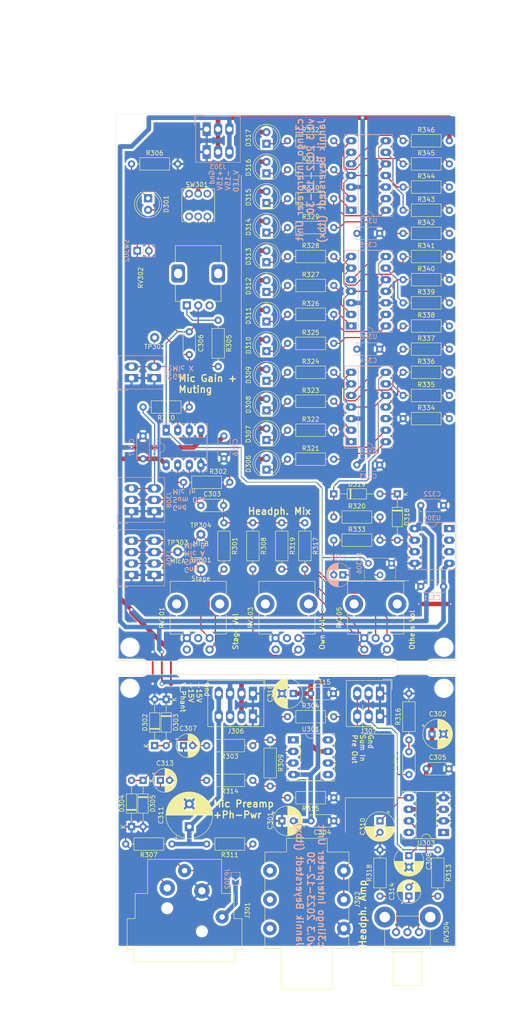
<source format=kicad_pcb>
(kicad_pcb (version 20211014) (generator pcbnew)

  (general
    (thickness 1.6)
  )

  (paper "A4" portrait)
  (title_block
    (title "c3lingo interpeter unit -- channel strip")
    (date "2022-12-31")
    (rev "v0.3")
    (company "Jannik Beyerstedt (jtbx)")
    (comment 1 "Prototype 2")
  )

  (layers
    (0 "F.Cu" signal)
    (31 "B.Cu" signal)
    (32 "B.Adhes" user "B.Adhesive")
    (33 "F.Adhes" user "F.Adhesive")
    (34 "B.Paste" user)
    (35 "F.Paste" user)
    (36 "B.SilkS" user "B.Silkscreen")
    (37 "F.SilkS" user "F.Silkscreen")
    (38 "B.Mask" user)
    (39 "F.Mask" user)
    (40 "Dwgs.User" user "User.Drawings")
    (41 "Cmts.User" user "User.Comments")
    (42 "Eco1.User" user "User.Eco1")
    (43 "Eco2.User" user "User.Eco2")
    (44 "Edge.Cuts" user)
    (45 "Margin" user)
    (46 "B.CrtYd" user "B.Courtyard")
    (47 "F.CrtYd" user "F.Courtyard")
    (48 "B.Fab" user)
    (49 "F.Fab" user)
  )

  (setup
    (pad_to_mask_clearance 0)
    (pcbplotparams
      (layerselection 0x00010f0_ffffffff)
      (disableapertmacros false)
      (usegerberextensions true)
      (usegerberattributes false)
      (usegerberadvancedattributes true)
      (creategerberjobfile false)
      (svguseinch false)
      (svgprecision 6)
      (excludeedgelayer true)
      (plotframeref false)
      (viasonmask false)
      (mode 1)
      (useauxorigin false)
      (hpglpennumber 1)
      (hpglpenspeed 20)
      (hpglpendiameter 15.000000)
      (dxfpolygonmode true)
      (dxfimperialunits true)
      (dxfusepcbnewfont true)
      (psnegative false)
      (psa4output false)
      (plotreference true)
      (plotvalue true)
      (plotinvisibletext false)
      (sketchpadsonfab false)
      (subtractmaskfromsilk true)
      (outputformat 1)
      (mirror false)
      (drillshape 0)
      (scaleselection 1)
      (outputdirectory "c3lingo_unit-channel-gerber")
    )
  )

  (net 0 "")
  (net 1 "-15V")
  (net 2 "+15V")
  (net 3 "GND")
  (net 4 "Net-(C303-Pad2)")
  (net 5 "Net-(C306-Pad2)")
  (net 6 "Net-(C307-Pad1)")
  (net 7 "Net-(C307-Pad2)")
  (net 8 "Net-(C308-Pad1)")
  (net 9 "Net-(D319-Pad1)")
  (net 10 "Net-(C310-Pad1)")
  (net 11 "Net-(C310-Pad2)")
  (net 12 "V_Phant")
  (net 13 "Net-(C312-Pad2)")
  (net 14 "Net-(C313-Pad1)")
  (net 15 "Net-(C313-Pad2)")
  (net 16 "Net-(C314-Pad1)")
  (net 17 "Net-(C314-Pad2)")
  (net 18 "Net-(C319-Pad1)")
  (net 19 "Net-(C319-Pad2)")
  (net 20 "Net-(D301-Pad1)")
  (net 21 "Net-(D301-Pad2)")
  (net 22 "Net-(D306-Pad1)")
  (net 23 "Net-(D307-Pad1)")
  (net 24 "Net-(D308-Pad1)")
  (net 25 "Net-(D309-Pad1)")
  (net 26 "Net-(D310-Pad1)")
  (net 27 "Net-(D311-Pad1)")
  (net 28 "Net-(D312-Pad1)")
  (net 29 "Net-(D313-Pad1)")
  (net 30 "Net-(D314-Pad1)")
  (net 31 "Net-(D315-Pad1)")
  (net 32 "Net-(D316-Pad1)")
  (net 33 "Net-(D317-Pad1)")
  (net 34 "Net-(D318-Pad1)")
  (net 35 "Net-(D318-Pad2)")
  (net 36 "GNDREF")
  (net 37 "/Monitor_OthersB")
  (net 38 "/Monitor_OthersA")
  (net 39 "/Monitor_Stage")
  (net 40 "Net-(R301-Pad2)")
  (net 41 "Net-(R303-Pad1)")
  (net 42 "Net-(R305-Pad1)")
  (net 43 "Net-(R308-Pad2)")
  (net 44 "Net-(R309-Pad2)")
  (net 45 "Net-(R313-Pad2)")
  (net 46 "Net-(R317-Pad2)")
  (net 47 "Net-(R318-Pad1)")
  (net 48 "Net-(R319-Pad2)")
  (net 49 "Net-(R321-Pad2)")
  (net 50 "Net-(R322-Pad2)")
  (net 51 "Net-(R323-Pad2)")
  (net 52 "Net-(R324-Pad2)")
  (net 53 "Net-(R325-Pad2)")
  (net 54 "Net-(R326-Pad2)")
  (net 55 "Net-(R327-Pad2)")
  (net 56 "Net-(R328-Pad2)")
  (net 57 "Net-(R329-Pad2)")
  (net 58 "Net-(R330-Pad2)")
  (net 59 "Net-(R331-Pad2)")
  (net 60 "Net-(R332-Pad2)")
  (net 61 "Net-(R334-Pad2)")
  (net 62 "Net-(R335-Pad2)")
  (net 63 "Net-(R336-Pad2)")
  (net 64 "Net-(R337-Pad2)")
  (net 65 "Net-(R338-Pad2)")
  (net 66 "Net-(R339-Pad2)")
  (net 67 "Net-(R340-Pad2)")
  (net 68 "Net-(R341-Pad2)")
  (net 69 "Net-(R342-Pad2)")
  (net 70 "Net-(R343-Pad2)")
  (net 71 "Net-(R344-Pad2)")
  (net 72 "Net-(R345-Pad2)")
  (net 73 "/PreampOut")
  (net 74 "SumOut")
  (net 75 "MicPreOut")
  (net 76 "AmpIn")
  (net 77 "MicGainIn")
  (net 78 "unconnected-(RV302-Pad3)")
  (net 79 "unconnected-(SW301-Pad3)")
  (net 80 "unconnected-(SW301-Pad4)")
  (net 81 "unconnected-(U301-Pad1)")
  (net 82 "unconnected-(U301-Pad5)")
  (net 83 "unconnected-(U301-Pad8)")
  (net 84 "unconnected-(U303-Pad1)")
  (net 85 "unconnected-(U303-Pad8)")

  (footprint "Connector_Audio:Jack_6.35mm_Neutrik_NMJ6HFD2_Horizontal" (layer "F.Cu") (at 100 216 -90))

  (footprint "Connector_Audio:Jack_XLR_Neutrik_NC3FAAH2_Horizontal" (layer "F.Cu") (at 68.81 220.45 -90))

  (footprint "Capacitor_THT:CP_Radial_D6.3mm_P2.50mm" (layer "F.Cu") (at 86.4 205.09))

  (footprint "Capacitor_THT:C_Disc_D5.0mm_W2.5mm_P5.00mm" (layer "F.Cu") (at 97.79 205.09 180))

  (footprint "Capacitor_THT:C_Disc_D5.0mm_W2.5mm_P5.00mm" (layer "F.Cu") (at 68.58 135.89))

  (footprint "Capacitor_THT:CP_Radial_D5.0mm_P2.00mm" (layer "F.Cu") (at 114.3 221.6 90))

  (footprint "Capacitor_THT:C_Disc_D5.0mm_W2.5mm_P5.00mm" (layer "F.Cu") (at 92.71 177.15))

  (footprint "Capacitor_THT:CP_Radial_D6.3mm_P2.50mm" (layer "F.Cu") (at 88.9 177.15 180))

  (footprint "Capacitor_THT:C_Disc_D5.0mm_W2.5mm_P5.00mm" (layer "F.Cu") (at 66.04 97.79 -90))

  (footprint "Resistor_THT:R_Axial_DIN0207_L6.3mm_D2.5mm_P10.16mm_Horizontal" (layer "F.Cu") (at 80.01 188.58 180))

  (footprint "Resistor_THT:R_Axial_DIN0207_L6.3mm_D2.5mm_P10.16mm_Horizontal" (layer "F.Cu") (at 87.63 182.23))

  (footprint "c3lingo_unit-footprints:Potentiometer_Alps_RK09K_Double_Vertical" (layer "F.Cu") (at 70.5 165 90))

  (footprint "c3lingo_unit-footprints:Potentiometer_Alps_RK09K_Double_Vertical" (layer "F.Cu") (at 90 165 90))

  (footprint "Resistor_THT:R_Axial_DIN0207_L6.3mm_D2.5mm_P10.16mm_Horizontal" (layer "F.Cu") (at 83.82 187.31 -90))

  (footprint "Resistor_THT:R_Axial_DIN0207_L6.3mm_D2.5mm_P10.16mm_Horizontal" (layer "F.Cu") (at 66.04 114.3 180))

  (footprint "Resistor_THT:R_Axial_DIN0207_L6.3mm_D2.5mm_P10.16mm_Horizontal" (layer "F.Cu") (at 64.77 130.81))

  (footprint "Resistor_THT:R_Axial_DIN0207_L6.3mm_D2.5mm_P10.16mm_Horizontal" (layer "F.Cu") (at 80.01 196.2 180))

  (footprint "Resistor_THT:R_Axial_DIN0207_L6.3mm_D2.5mm_P10.16mm_Horizontal" (layer "F.Cu") (at 97.79 200.01 180))

  (footprint "Resistor_THT:R_Axial_DIN0207_L6.3mm_D2.5mm_P10.16mm_Horizontal" (layer "F.Cu") (at 72.39 95.25 -90))

  (footprint "Potentiometer_THT:Potentiometer_Alps_RK09K_Single_Vertical" (layer "F.Cu") (at 65.5 92 90))

  (footprint "Package_DIP:DIP-8_W7.62mm_Socket_LongPads" (layer "F.Cu") (at 88.9 187.31))

  (footprint "Capacitor_THT:CP_Radial_D6.3mm_P2.50mm" (layer "F.Cu") (at 119.38 186.04))

  (footprint "Capacitor_THT:C_Disc_D5.0mm_W2.5mm_P5.00mm" (layer "F.Cu") (at 118.11 193.66))

  (footprint "Capacitor_THT:CP_Radial_D6.3mm_P2.50mm" (layer "F.Cu") (at 114.3 212.71 -90))

  (footprint "Capacitor_THT:CP_Radial_D6.3mm_P2.50mm" (layer "F.Cu")
    (tedit 5AE50EF0) (tstamp 00000000-0000-0000-0000-00005fa9db7b)
    (at 107.95 205.09 -90)
    (descr "CP, Radial series, Radial, pin pitch=2.50mm, , diameter=6.3mm, Electrolytic Capacitor")
    (tags "CP Radial series Radial pin pitch 2.50mm  diameter 6.3mm Electrolytic Capacitor")
    (property "Model" "")
    (property "Sheetfile" "c3lingo_unit-channel.kicad_sch")
    (property "Sheetname" "")
    (path "/00000000-0000-0000-0000-00005fb6c2ed")
    (attr through_hole)
    (fp_text reference "C310" (at 1.25 3.81 90) (layer "F.SilkS")
      (effects (font (size 1 1) (thickness 0.15)))
      (tstamp 749ebd4d-f4b2-479a-8caf-ed0e013c2a39)
    )
    (fp_text value "220uF lowESR" (at 1.25 4.4 90) (layer "F.Fab")
      (effects (font (size 1 1) (thickness 0.15)))
      (tstamp 92481ac1-66d9-4ff4-92ce-08267ad57af3)
    )
    (fp_text user "${REFERENCE}" (at 1.25 0 90) (layer "F.Fab")
      (effects (font (size 1 1) (thickness 0.15)))
      (tstamp c546a893-848d-4862-a638-40cf769c9a97)
    )
    (fp_line (start 3.251 -2.548) (end 3.251 -1.04) (layer "F.SilkS") (width 0.12) (tstamp 01cbaca6-18c8-49f4-a7af-1e193117d52a))
    (fp_line (start 2.611 1.04) (end 2.611 2.934) (layer "F.SilkS") (width 0.12) (tstamp 07d079ae-37f1-4ff8-93f5-448dac1668df))
    (fp_line (start 3.291 -2.516) (end 3.291 -1.04) (layer "F.SilkS") (width 0.12) (tstamp 088cbffb-c227-4d39-82c9-d8149180ee3c))
    (fp_line (start 1.89 1.04) (end 1.89 3.167) (layer "F.SilkS") (width 0.12) (tstamp 0aec9795-e6dc-476a-b804-fc2bc7ae5544))
    (fp_line (start 2.571 -2.952) (end 2.571 -1.04) (layer "F.SilkS") (width 0.12) (tstamp 0f19de68-a9d1-413f-b0a1-b8d274b6d5b4))
    (fp_line (start 2.731 1.04) (end 2.731 2.876) (layer "F.SilkS") (width 0.12) (tstamp 10d5aa8f-c562-4a1d-8998-2f90f916a2d8))
    (fp_line (start 4.171 -1.432) (end 4.171 1.432) (layer "F.SilkS") (width 0.12) (tstamp 129d7fc0-8bbe-4e46-8ec2-ec5244d30a07))
    (fp_line (start 2.491 -2.986) (end 2.491 -1.04) (layer "F.SilkS") (width 0.12) (tstamp 15c81a59-e27c-4fb7-b0ea-63ad1cea0a87))
    (fp_line (start 3.571 -2.265) (end 3.571 2.265) (layer "F.SilkS") (width 0.12) (tstamp 15c86d9f-8ced-4756-b442-1a9c1e346884))
    (fp_line (start 2.251 -3.074) (end 2.251 -1.04) (layer "F.SilkS") (width 0.12) (tstamp 19449147-74fc-4ac0-8280-ffce52ac97ad))
    (fp_line (start 1.971 -3.15) (end 1.971 -1.04) (layer "F.SilkS") (width 0.12) (tstamp 19761d0b-33dd-48d0-9f03-c2e069ac1018))
    (fp_line (start 1.77 1.04) (end 1.77 3.189) (layer "F.SilkS") (width 0.12) (tstamp 19ba1c95-3720-4f18-bdf4-8de8fc37bab1))
    (fp_line (start 3.691 -2.137) (end 3.691 2.137) (layer "F.SilkS") (width 0.12) (tstamp 1a5f3967-206c-4b6b-8db0-e53f1716939e))
    (fp_line (start 1.49 -3.222) (end 1.49 -1.04) (layer "F.SilkS") (width 0.12) (tstamp 1b8973c6-585f-46cd-b78a-fdfe4c88db86))
    (fp_line (start 3.411 -2.416) (end 3.411 -1.04) (layer "F.SilkS") (width 0.12) (tstamp 1bc8a78a-51eb-43de-8ed3-01ddc1c181d5))
    (fp_line (start 2.531 1.04) (end 2.531 2.97) (layer "F.SilkS") (width 0.12) (tstamp 1e16b884-5586-4b09-923d-43d90806e066))
    (fp_line (start 2.891 1.04) (end 2.891 2.79) (layer "F.SilkS") (width 0.12) (tstamp 20174943-71f2-4b22-b989-d5fc783656ad))
    (fp_line (start 3.531 1.04) (end 3.531 2.305) (layer "F.SilkS") (width 0.12) (tstamp 2019594b-4398-47bd-9979-b875ab83c193))
    (fp_line (start 2.331 -3.047) (end 2.331 -1.04) (layer "F.SilkS") (width 0.12) (tstamp 207c67b5-422b-4a4d-8417-fc0e2b75fc1a))
    (fp_line (start 1.49 1.04) (end 1.49 3.222) (layer "F.SilkS") (width 0.12) (tstamp 21df09da-82c5-4fc8-8be6-d737731e177d))
    (fp_line (start 2.091 1.04) (end 2.091 3.121) (layer "F.SilkS") (width 0.12) (tstamp 23d40e64-03d8-4f46-9b16-7e52ef9487fb))
    (fp_line (start 4.411 -0.802) (end 4.411 0.802) (layer "F.SilkS") (width 0.12) (tstamp 241eeb6f-df99-43c6-902a-3fdc4ec1d0ae))
    (fp_line (start 2.971 1.04) (end 2.971 2.742) (layer "F.SilkS") (width 0.12) (tstamp 262ac468-977d-47ae-a5f0-d518255662c3))
    (fp_line (start 3.971 -1.776) (end 3.971 1.776) (layer "F.SilkS") (width 0.12) (tstamp 2bdd0ece-c65a-40a3-baaa-dbe08b773aa9))
    (fp_line (start 2.531 -2.97) (end 2.531 -1.04) (layer "F.SilkS") (width 0.12) (tstamp 2c1c9316-d051-4aba-8db6-bdee9528e3ae))
    (fp_line (start 2.491 1.04) (end 2.491 2.986) (layer "F.SilkS") (width 0.12) (tstamp 2c9ffaff-8e13-4da8-a70b-ebc7f0ba2641))
    (fp_line (start 2.171 1.04) (end 2.171 3.098) (layer "F.SilkS") (width 0.12) (tstamp 2ccd4515-2cac-437d-b402-1f60a78d8d49))
    (fp_line (start 2.411 -3.018) (end 2.411 -1.04) (layer "F.SilkS") (width 0.12) (tstamp 327ebd9f-dc19-48fa-9b5a-d3555c117972))
    (fp_line (start 2.691 1.04) (end 2.691 2.896) (layer "F.SilkS") (width 0.12) (tstamp 34fabd3c-56c6-49f1-842b-ac10c682f5db))
    (fp_line (start 2.451 -3.002) (end 2.451 -1.04) (layer "F.SilkS") (width 0.12) (tstamp 37348001-151d-4b1c-81a3-d05bb72b9eea))
    (fp_line (start 1.85 -3.175) (end 1.85 -1.04) (layer "F.SilkS") (width 0.12) (tstamp 3917175d-90c5-4ff1-8d59-f7e10fa62f96))
    (fp_line (start 2.611 -2.934) (end 2.611 -1.04) (layer "F.SilkS") (width 0.12) (tstamp 399f2a0d-30db-4327-89e6-acd34e5a7399))
    (fp_line (start 2.011 1.04) (end 2.011 3.141) (layer "F.SilkS") (width 0.12) (tstamp 4386ce6b-d41e-41e6-8b9c-2f64c90928e1))
    (fp_line (start 2.931 -2.766) (end 2.931 -1.04) (layer "F.SilkS") (width 0.12) (tstamp 448e85a3-cc3c-4da3-8ce8-f96c217a484e))
    (fp_line (start 2.891 -2.79) (end 2.891 -1.04) (layer "F.SilkS") (width 0.12) (tstamp 449c67cf-3749-47a6-939b-64845b12bbe2))
    (fp_line (start 2.131 1.04) (end 2.131 3.11) (layer "F.SilkS") (width 0.12) (tstamp 45e8b53f-117c-4ee6-bd25-7a742df1e77a))
    (fp_line (start 4.091 -1.581) (end 4.091 1.581) (layer "F.SilkS") (width 0.12) (tstamp 4a42407d-c1c3-4738-9857-8b1a5f2b1f17))
    (fp_line (start 3.091 1.04) (end 3.091 2.664) (layer "F.SilkS") (width 0.12) (tstamp 4b73ccbd-ef43-43de-80d2-cdcbaa530021))
    (fp_line (start 3.851 -1.944) (end 3.851 1.944) (layer "F.SilkS") (width 0.12) (tstamp 4c55b860-9e46-43c1-bdd7-71c1aa8ccd90))
    (fp_line (start 3.171 -2.607) (end 3.171 -1.04) (layer "F.SilkS") (width 0.12) (tstamp 50217081-5ede-4eee-9d65-aaf1b2dda2d3))
    (fp_line (start 1.81 -3.182) (end 1.81 -1.04) (layer "F.SilkS") (width 0.12) (tstamp 50c3afb3-83bf-4fa1-98ce-5e46a54a2c9b))
    (fp_line (start 1.85 1.04) (end 1.85 3.175) (layer "F.SilkS") (width 0.12) (tstamp 51d68186-0d91-439a-a38b-2a60f785b68c))
    (fp_line (start 2.291 1.04) (end 2.291 3.061) (layer "F.SilkS") (width 0.12) (tstamp 51f8cafa-6f25-475c-805e-479f02147a73))
    (fp_line (start 2.091 -3.121) (end 2.091 -1.04) (layer "F.SilkS") (width 0.12) (tstamp 526fc3aa-aac4-44e3-b949-9af91d80cb51))
    (fp_line (start 1.73 -3.195) (end 1.73 -1.04) (layer "F.SilkS") (width 0.12) (tstamp 56845cd0-3310-405a-8076-8967dac0de7c))
    (fp_line (start 3.051 1.04) (end 3.051 2.69) (layer "F.SilkS") (width 0.12) (tstamp 5826b230-0bc9-47e4-8b23-8b6b0814be1e))
    (fp_line (start 4.131 -1.509) (end 4.131 1.509) (layer "F.SilkS") (width 0.12) (tstamp 5a419e5d-4281-4dfb-8958-e4f27a89b31d))
    (fp_line (start 2.011 -3.141) (end 2.011 -1.04) (layer "F.SilkS") (width 0.12) (tstamp 5bbf70c6-cffa-4eeb-a0e8-14edc58ad727))
    (fp_line (start 3.451 1.04) (end 3.451 2.38) (layer "F.SilkS") (width 0.12) (tstamp 5e9f12c9-d340-432a-8ba4-883e0ef2df38))
    (fp_line (start 2.131 -3.11) (end 2.131 -1.04) (layer "F.SilkS") (width 0.12) (tstamp 5ee3d968-9658-4f30-b40f-52bbc25f8c58))
    (fp_line (start 2.451 1.04) (end 2.451 3.002) (layer "F.SilkS") (width 0.12) (tstamp 5ff7f0ca-d232-44d4-83ee-ec8023f75f39))
    (fp_line (start 2.651 -2.916) (end 2.651 -1.04) (layer "F.SilkS") (width 0.12) (tstamp 61060cab-34bf-4ec9-b771-c7411c04eb70))
    (fp_line (start 2.051 1.04) (end 2.051 3.131) (layer "F.SilkS") (width 0.12) (tstamp 618892ea-d4a6-4ebc-b305-ee672813b084))
    (fp_line (start 1.57 1.04) (end 1.57 3.215) (layer "F.SilkS") (width 0.12) (tstamp 61e92d3b-a1ce-4933-8760-44d2028afaa3))
    (fp_line (start -1.935241 -2.154) (end -1.935241 -1.524) (layer "F.SilkS") (width 0.12) (tstamp 62d5ff6c-ee5d-47a5-9380-cc5fd2b0c641))
    (fp_line (start 4.451 -0.633) (end 4.451 0.633) (layer "F.SilkS") (width 0.12) (tstamp 6306dc26-d6f2-41a0-b2b7-8b94d0c55c81))
    (fp_line (start 1.65 -3.206) (end 1.65 -1.04) (layer "F.SilkS") (width 0.12) (tstamp 6368d4b8-b103-45c4-8f7b-a1ba6959b396))
    (fp_line (start 1.29 -3.23) (end 1.29 3.23) (layer "F.SilkS") (width 0.12) (tstamp 643a4c79-91d9-4c7c-99cb-3c2ebc5a3ac4))
    (fp_line (start 2.851 -2.812) (end 2.851 -1.04) (layer "F.SilkS") (width 0.12) (tstamp 68457c18-a55b-4526-8c30-d38a6b726916))
    (fp_line (start 1.37 -3.228) (end 1.37 3.228) (layer "F.SilkS") (width 0.12) (tstamp 6b94b6fb-21f3-4eb4-90bd-b85e1ac3aa94))
    (fp_line (start 1.33 -3.23) (end 1.33 3.23) (layer "F.SilkS") (width 0.12) (tstamp 73415812-8cf0-496c-b2b2-131baf2c3bf4))
    (fp_line (start 2.371 -3.033) (end 2.371 -1.04) (layer "F.SilkS") (width 0.12) (tstamp 760c6d39-8f24-4af3-8b36-7b2cf5a62197))
    (fp_line (start 1.61 -3.211) (end 1.61 -1.04) (layer "F.SilkS") (width 0.12) (tstamp 7a527631-4def-4b33-b582-d7398e3aa5ed))
    (fp_line (start 3.091 -2.664) (end 3.091 -1.04) (layer "F.SilkS") (width 0.12) (tstamp 7a5ba44e-21f0-40db-af32-044298a605b3))
    (fp_line (start 3.131 -2.636) (end 3.131 -1.04) (layer "F.SilkS") (width 0.12) (tstamp 7aff6484-b80a-4d3e-a8c6-8e37b77023db))
    (fp_line (start 3.531 -2.305) (end 3.531 -1.04) (layer "F.SilkS") (width 0.12) (tstamp 7c4bef26-2360-4689-be2c-38562fe72f25))
    (fp_line (start 4.051 -1.65) (end 4.051 1.65) (layer "F.SilkS") (width 0.12) (tstamp 7d17798c-ac6c-425e-b827-a6c008f21b17))
    (fp_line (start 1.73 1.04) (end 1.73 3.195) (layer "F.SilkS") (width 0.12) (tstamp 7e9bb59d-23b7-4ff5-92ea-97836a1fbfe6))
    (fp_line (start 3.611 -2.224) (end 3.611 2.224) (layer "F.SilkS") (width 0.12) (tstamp 7eb7f485-3542-41f8-bd62-7a27536d1a36))
    (fp_line (start 1.77 -3.189) (end 1.77 -1.04) (layer "F.SilkS") (width 0.12) (tstamp 8082953f-2354-4350-b875-6be004f8eb6d))
    (fp_line (start 3.051 -2.69) (end 3.051 -1.04) (layer "F.SilkS") (width 0.12) (tstamp 81eeceac-fd13-42da-851f-9f4081b91279))
    (fp_line (start 1.69 -3.201) (end 1.69 -1.04) (layer "F.SilkS") (width 0.12) (tstamp 82a6bbd5-964a-4975-962b-3135ad47adfc))
    (fp_line (start 1.61 1.04) (end 1.61 3.211) (layer "F.SilkS") (width 0.12) (tstamp 8515d9a9-c7cf-4400-8e74-20159ff4ac3b))
    (fp_line (start 2.411 1.04) (end 2.411 3.018) (layer "F.SilkS") (width 0.12) (tstamp 86366693-0334-4687-bc30-1b5d4814ce15))
    (fp_line (start 2.171 -3.098) (end 2.171 -1.04) (layer "F.SilkS") (width 0.12) (tstamp 8aa9181b-1cff-4d85-a742-d77c1e650dd5))
    (fp_line (start 4.011 -1.714) (end 4.011 1.714) (layer "F.SilkS") (width 0.12) (tstamp 8ad50221-d91b-43cb-b923-dc3ea4949c24))
    (fp_line (start 3.491 -2.343) (end 3.491 -1.04) (layer "F.SilkS") (width 0.12) (tstamp 8be8020d-53db-4cc2-97c7-98a430393324))
    (fp_line (start 3.011 -2.716) (end 3.011 -1.04) (layer "F.SilkS") (width 0.12) (tstamp 8c0ea8d2-a8c3-47d5-ae5c-c41c41f3e573))
    (fp_line (start 1.81 1.04) (end 1.81 3.182) (layer "F.SilkS") (width 0.12) (tstamp 8fe47781-6009-4c44-b14e-bf2b0e64a16e))
    (fp_line (start 2.931 1.04) (end 2.931 2.766) (layer "F.SilkS") (width 0.12) (tstamp 92010b49-565e-4ad6-a134-9ce4e8552112))
    (fp_line (start 3.451 -2.38) (end 3.451 -1.04) (layer "F.SilkS") (width 0.12) (tstamp 92235cf0-5e76-4e6e-b988-77b1758d33fb))
    (fp_line (start 1.53 1.04) (end 1.53 3.218) (layer "F.SilkS") (width 0.12) (tstamp 92a979bd-1bf2-4a1a-bdeb-c26b306ce90a))
    (fp_line (start 2.051 -3.131) (end 2.051 -1.04) (layer "F.SilkS") (width 0.12) (tstamp 9347cc6c-fc58-41b2-ae25-90f6d42ff20b))
    (fp_line (start 3.291 1.04) (end 3.291 2.516) (layer "F.SilkS") (width 0.12) (tstamp 945feb9e-a230-4726-9e52-1b02fc3f5850))
    (fp_line (start 1.971 1.04) (end 1.971 3.15) (layer "F.SilkS") (width 0.12) (tstamp 9530deba-b8c4-4199-9a4f-8be9d319997a))
    (fp_line (start 1.65 1.04) (end 1.65 3.206) (layer "F.SilkS") (width 0.12) (tstamp 9732965b-3313-4aad-ab64-6f8c7f31d95e))
    (fp_line (start 3.011 1.04) (end 3.011 2.716) (layer "F.SilkS") (width 0.12) (tstamp 97341a20-a233-4fef-844c-9852a8c6f77c))
    (fp_line (start 1.57 -3.215) (end 1.57 -1.04) (layer "F.SilkS") (width 0.12) (tstamp 9b5d6c57-3eb8-4465-a7a6-62e3b1643335))
    (fp_line (start 3.491 1.04) (end 3.491 2.343) (layer "F.SilkS") (width 0.12) (tstamp 9b66789f-5333-4eec-9538-73475ddf87d7))
    (fp_line (start 2.211 1.04) (end 2.211 3.086) (layer "F.SilkS") (width 0.12) (tstamp 9bb27d43-066a-494b-a02d-74fee3b015e2))
    (fp_line (start 1.25 -3.23) (end 1.25 3.23) (layer "F.SilkS") (width 0.12) (tstamp a6366632-234f-48d2-9c6c-058eb712043f))
    (fp_line (start 3.931 -1.834) (end 3.931 1.834) (layer "F.SilkS") (width 0.12) (tstamp a7825146-20d2-473e-bb4a-ce7e0ce77757))
    (fp_line (start 2.331 1.04) (end 2.331 3.047) (layer "F.SilkS") (width 0.12) (tstamp a7adaf21-136d-47a5-8e98-00e89ae1db29))
    (fp_line (start 2.771 1.04) (end 2.771 2.856) (layer "F.SilkS") (width 0.12) (tstamp a9fa6a1c-609e-4680-84cd-3b5da357d7d8))
    (fp_line (start 2.651 1.04) (end 2.651 2.916) (layer "F.SilkS") (width 0.12) (tstamp aa6ae682-6556-478e-b72f-51d946db700f))
    (fp_line (start 2.291 -3.061) (end 2.291 -1.04) (layer "F.SilkS") (width 0.12) (tstamp ab752de2-ae9d-413c-a049-6c649f7e93e6))
    (fp_line (start 3.331 1.04) (end 3.331 2.484) (layer "F.SilkS") (width 0.12) (tstamp aedfc368-3db4-496b-b913-6c04499f8d93))
    (fp_line (start 1.93 -3.159) (end 1.93 -1.04) (layer "F.SilkS") (width 0.12) (tstamp bad72f09-9c0e-400a-8d46-89d9cd5c6cbd))
    (fp_line (start 2.251 1.04) (end 2.251 3.074) (layer "F.SilkS") (width 0.12) (tstamp bb96670e-47af-4674-932d-73065079e1db))
    (fp_line (start 1.93 1.04) (end 1.93 3.159) (layer "F.SilkS") (width 0.12) (tstamp bc0425d9-bb21-4168-8075-2f41952ff33f))
    (fp_line (start 1.89 -3.167) (end 1.89 -1.04) (layer "F.SilkS") (width 0.12) (tstamp bc65c2f8-2601-4c30-82b1-dcbee7af02c2))
    (fp_line (start 2.571 1.04) (end 2.571 2.952) (layer "F.SilkS") (width 0.12) (tstamp bcc69bb9-ae98-4fa6-ab26-927e0d5076f9))
    (fp_line (start 3.371 1.04) (end 3.371 2.45) (layer "F.SilkS") (width 0.12) (tstamp bd8a4fbd-3817-47dd-94d9-a66ca401ab0d))
    (fp_line (start 3.211 1.04) (end 3.211 2.578) (layer "F.SilkS") (width 0.12) (tstamp c0a86df2-0ea3-4bdd-97a9-60969e0259f1))
    (fp_line (start 3.771 -2.044) (end 3.771 2.044) (layer "F.SilkS") (width 0.12) (tstamp c459788b-7263-4237-b865-2f1973524429))
    (fp_line (start 3.331 -2.484) (end 3.331 -1.04) (layer "F.SilkS") (width 0.12) (tstamp c4aa7609-f4ac-4284-a8c1-943e3d325d2d))
    (fp_line (start 2.811 -2.834) (end 2.811 -1.04) (layer "F.SilkS") (width 0.12) (tstamp c85fa8c8-cc75-4dae-bfff-7a7aa62b4f97))
    (fp_line (start 4.491 -0.402) (end 4.491 0.402) (layer "F.SilkS") (width 0.12) (tstamp c89fd059-a487-4fd0-a9e3-96f0a53c284e))
    (fp_line (start 3.731 -2.092) (end 3.731 2.092) (layer "F.SilkS") (width 0.12) (tstamp ce7b2568-ba1e-47f1-b3ef-dace1dbe9682))
    (fp_line (start 2.731 -2.876) (end 2.731 -1.04) (layer "F.SilkS") (width 0.12) (tstamp d0ad2e25-4ac3-43a4-8a8b-c4d7bce10f9b))
    (fp_line (start 1.53 -3.218) (end 1.53 -1.04) (layer "F.SilkS") (width 0.12) (tstamp d18db3e9-fb70-4cfa-b2af-a687fb59bd3f))
    (fp_line (start 2.971 -2.742) (end 2.971 -1.04) (layer "F.SilkS") (width 0.12) (tstamp d21dd643-896e-4397-8221-1aa0375aa5da))
    (fp_line (start 4.331 -1.059) (end 4.331 1.059) (layer "F.SilkS") (width 0.12) (tstamp d55063dc-41b0-419d-849c-3053e39648d6))
    (fp_line (start 2.371 1.04) (end 2.371 3.033) (layer "F.SilkS") (width 0.12) (tstamp d58b54b3-1da2-4e41-9bbe-efb07e5a3f0c))
    (fp_line (start 4.291 -1.165) (end 4.291 1.165) (layer "F.SilkS") (width 0.12) (tstamp daccac67-c7e1-4810-b538-4bec4921893b))
    (fp_line (start 1.69 1.04) (end 1.69 3.201) (layer "F.SilkS") (width 0.12) (tstamp db89ad44-aa65-4264-809f-e46ad1f42256))
    (fp_line (start 3.171 1.04) (end 3.171 2.607) (layer "F.SilkS") (width 0.12) (tstamp db8eb843-052b-4913-b3d3-5a624bfed8f2))
    (fp_line (start 2.851 1.04) (end 2.851 2.812) (layer "F.SilkS") (width 0.12) (tstamp dbec7c01-e95e-4847-accf-1b30f974ae9c))
    (fp_line (start 3.811 -1.995) (end 3.811 1.995) (layer "F.SilkS") (width 0.12) (tstamp dc128ab7-1f24-47f2-9363-9e79a3f83523))
    (fp_line (start 2.771 -2.856) (end 2.771 -1.04) (layer "F.SilkS") (width 0.12) (tstamp de165b8f-7b7d-456b-a6c3-25fb37f5006e))
    (fp_line (start 3.211 -2.578) (end 3.211 -1.04) (layer "F.SilkS") (width 0.12) (tstamp e23d89eb-953a-4299-b8bb-95d8d5928608))
    (fp_line (start 2.811 1.04) (end 2.811 2.834) (layer "F.SilkS") (width 0.12) (tstamp e347f778-3d2a-477d-80b2-3d02ce265d11))
    (fp_line (start 3.651 -2.182) (end 3.651 2.182) (layer "F.SilkS") (width 0.12) (tstamp e6955b65-c500-48e5-9db6-28a51e467f07))
    (fp_line (start 3.371 -2.45) (end 3.371 -1.04) (layer "F.SilkS") (width 0.12) (tstamp e7d550f0-1107-4f01-bffc-9716e4d10c44))
    (fp_line (start 2.691 -2.896) (end 2.691 -1.04) (layer "F.SilkS") (width 0.12) (tstamp e85fbaf7-c9ff-4451-af75-98f39d02f6e7))
    (fp_line (start 4.251 -1.262) (end 4.251 1.262) (layer "F.SilkS") (width 0.12) (tstamp eaae4952-0c74-442a-a051-139c4253a8f9))
    (fp_line (start 3.131 1.04) (end 3.131 2.636) (layer "F.SilkS") (width 0.12) (tstamp ee63ca54-ba27-454f-b2fb-02a5c89e3e1f))
    (fp_line (start 4.211 -1.35) (end 4.211 1.35) (layer "F.SilkS") (width 0.12) (tstamp f1e578a9-d791-40f3-96f8-7233d7783646))
    (fp_line (start 4.371 -0.94) (end 4.371 0.94) (layer "F.SilkS") (width 0.12) (tstamp f2a7b027-3c89-4821-9910-5069734478b4))
    (fp_line (start -2.250241 -1.839) (end -1.620241 -1.839) (layer "F.SilkS") (width 0.12) (tstamp f52c68c4-53d3-4b38-8ad1-63d95206dc2b))
    (fp_line (start 3.411 1.04) (end 3.411 2.416) (layer "F.SilkS") (width 0.12) (tstamp f52cfa74-844b-4fb6-be75-ffffd002e375))
    (fp_line (start 3.891 -1.89) (end 3.891 1.89) (layer "F.SilkS") (width 0.12) (tstamp f99590d8-cf19-46aa-b284-8ab79f804d92))
    (fp_line (start 1.41 -3.227) (end 1.41 3.227) (layer "F.SilkS") (width 0.12) (tstamp fa3af8ff-78e4-49df-b174-86c075760d3d))
    (fp_line (start 1.45 -3.224) (end 1.45 3.224) (layer "F.SilkS") (width 0.12) (tstamp fc1790e8-5b69-42bc-b816-55311245103f))
    (fp_line (start 3.251 1.04) (end 3.251 2.548) (layer "F.SilkS") (width 0.12) (tstamp fcccdd02-34f7-4c0d-989e-a52d5276ee06))
    (fp_line (start 2.211 -3.086) (end 2.211 -1.04) (layer "F.SilkS") (width 0.12) (tstamp fe7a38ed-c4eb-4624-ab5e-6f3be10154e7))
    (fp_circle (center 1.25 0) (end 4.52 0) (layer "F.SilkS") (width 0.12) (fill none) (tstamp c44826d1-9d78-4ac6-b662-595f19e40bba))
    (fp_circle (center 1.25 0) (end 4.65 0) (layer "F.CrtYd") (width 0.05) (fill none) (tstamp c6131064-0a30-457b-8580-ed0f09f97de3))
    (fp_line (start -1.128972 -1.6885) (end -1.128972 -1.0585) (layer "F.Fab") (width 0.1) (tstamp 3c04d124-f38c-453d-ab03-66fd2ba65d81))
    (fp_line (start -1.443972 -1.3735) (end -0.813972 -1.3735) (layer "F.Fab") (width 0.1) (tstamp 656702
... [1561009 chars truncated]
</source>
